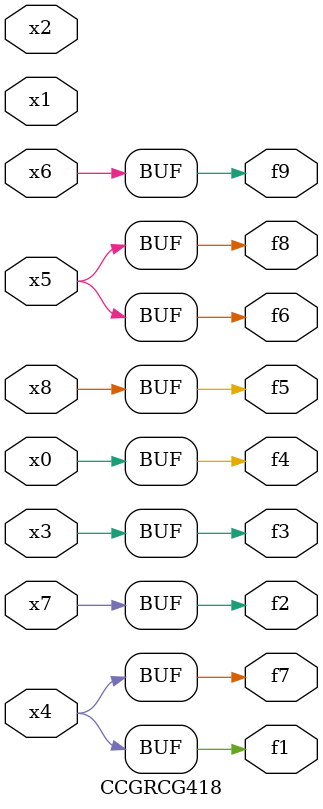
<source format=v>
module CCGRCG418(
	input x0, x1, x2, x3, x4, x5, x6, x7, x8,
	output f1, f2, f3, f4, f5, f6, f7, f8, f9
);
	assign f1 = x4;
	assign f2 = x7;
	assign f3 = x3;
	assign f4 = x0;
	assign f5 = x8;
	assign f6 = x5;
	assign f7 = x4;
	assign f8 = x5;
	assign f9 = x6;
endmodule

</source>
